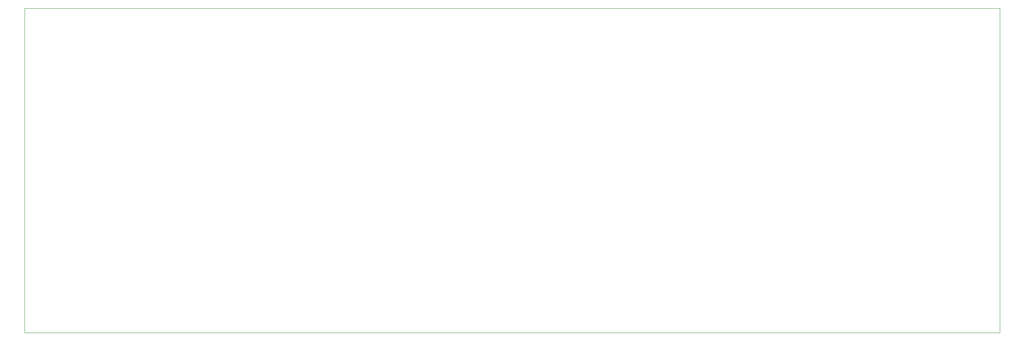
<source format=gbr>
%TF.GenerationSoftware,Altium Limited,Altium Designer,18.1.9 (240)*%
G04 Layer_Color=0*
%FSLAX26Y26*%
%MOIN*%
%TF.FileFunction,Profile,NP*%
%TF.Part,Single*%
G01*
G75*
%TA.AperFunction,Profile*%
%ADD92C,0.001000*%
D92*
X1000000Y2135000D02*
X9600000D01*
Y5000000D01*
X1000000D01*
Y2135000D01*
%TF.MD5,eb069d12f2989e7e8e4f50a54329cbb5*%
M02*

</source>
